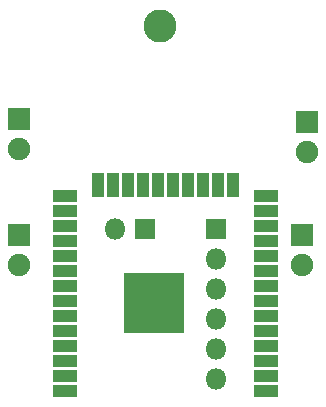
<source format=gbr>
%TF.GenerationSoftware,KiCad,Pcbnew,(5.1.6)-1*%
%TF.CreationDate,2020-09-30T20:40:37+02:00*%
%TF.ProjectId,ESP_test,4553505f-7465-4737-942e-6b696361645f,rev?*%
%TF.SameCoordinates,Original*%
%TF.FileFunction,Soldermask,Bot*%
%TF.FilePolarity,Negative*%
%FSLAX46Y46*%
G04 Gerber Fmt 4.6, Leading zero omitted, Abs format (unit mm)*
G04 Created by KiCad (PCBNEW (5.1.6)-1) date 2020-09-30 20:40:37*
%MOMM*%
%LPD*%
G01*
G04 APERTURE LIST*
%ADD10C,2.800000*%
%ADD11O,1.800000X1.800000*%
%ADD12R,1.800000X1.800000*%
%ADD13C,1.900000*%
%ADD14R,1.900000X1.900000*%
%ADD15R,2.100000X1.000000*%
%ADD16R,1.000000X2.100000*%
%ADD17R,5.100000X5.100000*%
G04 APERTURE END LIST*
D10*
%TO.C,H1*%
X134400000Y-56800000D03*
%TD*%
D11*
%TO.C,J1*%
X139200000Y-86700000D03*
X139200000Y-84160000D03*
X139200000Y-81620000D03*
X139200000Y-79080000D03*
X139200000Y-76540000D03*
D12*
X139200000Y-74000000D03*
%TD*%
D13*
%TO.C,D4*%
X146500000Y-77040000D03*
D14*
X146500000Y-74500000D03*
%TD*%
D15*
%TO.C,U1*%
X143400000Y-87750000D03*
X143400000Y-86480000D03*
X143400000Y-85210000D03*
X143400000Y-83940000D03*
X143400000Y-82670000D03*
X143400000Y-81400000D03*
X143400000Y-80130000D03*
X143400000Y-78860000D03*
X143400000Y-77590000D03*
X143400000Y-76320000D03*
X143400000Y-75050000D03*
X143400000Y-73780000D03*
X143400000Y-72510000D03*
X143400000Y-71240000D03*
D16*
X140615000Y-70240000D03*
X139345000Y-70240000D03*
X138075000Y-70240000D03*
X136805000Y-70240000D03*
X135535000Y-70240000D03*
X134265000Y-70240000D03*
X132995000Y-70240000D03*
X131725000Y-70240000D03*
X130455000Y-70240000D03*
X129185000Y-70240000D03*
D15*
X126400000Y-71240000D03*
X126400000Y-72510000D03*
X126400000Y-73780000D03*
X126400000Y-75050000D03*
X126400000Y-76320000D03*
X126400000Y-77590000D03*
X126400000Y-78860000D03*
X126400000Y-80130000D03*
X126400000Y-81400000D03*
X126400000Y-82670000D03*
X126400000Y-83940000D03*
X126400000Y-85210000D03*
X126400000Y-86480000D03*
X126400000Y-87750000D03*
D17*
X133900000Y-80250000D03*
%TD*%
D13*
%TO.C,D3*%
X122500000Y-77040000D03*
D14*
X122500000Y-74500000D03*
%TD*%
D13*
%TO.C,D2*%
X146900000Y-67500000D03*
D14*
X146900000Y-64960000D03*
%TD*%
D13*
%TO.C,D1*%
X122500000Y-67200000D03*
D14*
X122500000Y-64660000D03*
%TD*%
D11*
%TO.C,J2*%
X130660000Y-74000000D03*
D12*
X133200000Y-74000000D03*
%TD*%
M02*

</source>
